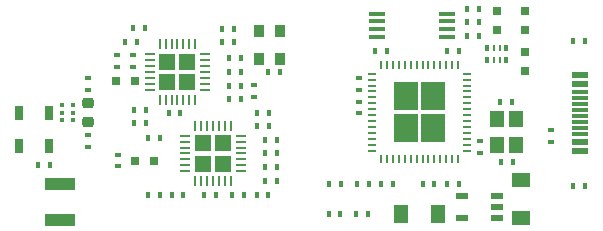
<source format=gtp>
%TF.GenerationSoftware,KiCad,Pcbnew,7.0.7*%
%TF.CreationDate,2023-12-21T17:24:57+09:00*%
%TF.ProjectId,pocket_sdr_v2.1,706f636b-6574-45f7-9364-725f76322e31,rev?*%
%TF.SameCoordinates,Original*%
%TF.FileFunction,Paste,Top*%
%TF.FilePolarity,Positive*%
%FSLAX46Y46*%
G04 Gerber Fmt 4.6, Leading zero omitted, Abs format (unit mm)*
G04 Created by KiCad (PCBNEW 7.0.7) date 2023-12-21 17:24:57*
%MOMM*%
%LPD*%
G01*
G04 APERTURE LIST*
G04 Aperture macros list*
%AMRoundRect*
0 Rectangle with rounded corners*
0 $1 Rounding radius*
0 $2 $3 $4 $5 $6 $7 $8 $9 X,Y pos of 4 corners*
0 Add a 4 corners polygon primitive as box body*
4,1,4,$2,$3,$4,$5,$6,$7,$8,$9,$2,$3,0*
0 Add four circle primitives for the rounded corners*
1,1,$1+$1,$2,$3*
1,1,$1+$1,$4,$5*
1,1,$1+$1,$6,$7*
1,1,$1+$1,$8,$9*
0 Add four rect primitives between the rounded corners*
20,1,$1+$1,$2,$3,$4,$5,0*
20,1,$1+$1,$4,$5,$6,$7,0*
20,1,$1+$1,$6,$7,$8,$9,0*
20,1,$1+$1,$8,$9,$2,$3,0*%
G04 Aperture macros list end*
%ADD10R,0.450000X0.600000*%
%ADD11R,0.800000X0.800000*%
%ADD12R,1.450000X0.400000*%
%ADD13R,0.330000X0.410000*%
%ADD14R,0.600000X0.450000*%
%ADD15R,1.200000X1.600000*%
%ADD16R,1.600000X1.200000*%
%ADD17R,0.950000X0.260000*%
%ADD18R,0.260000X0.950000*%
%ADD19R,1.400000X1.400000*%
%ADD20R,0.900000X1.000000*%
%ADD21R,2.050000X2.400000*%
%ADD22R,0.800000X0.250000*%
%ADD23R,0.250000X0.800000*%
%ADD24R,0.350000X0.500000*%
%ADD25R,0.250000X0.500000*%
%ADD26R,1.016000X0.508000*%
%ADD27R,2.500000X1.000000*%
%ADD28R,0.762000X1.270000*%
%ADD29R,1.150000X1.400000*%
%ADD30R,1.450000X0.600000*%
%ADD31R,1.450000X0.300000*%
%ADD32RoundRect,0.225000X0.250000X-0.225000X0.250000X0.225000X-0.250000X0.225000X-0.250000X-0.225000X0*%
G04 APERTURE END LIST*
D10*
%TO.C,C33*%
X138207400Y-111953600D03*
X137207400Y-111953600D03*
%TD*%
%TO.C,R11*%
X173206300Y-111200000D03*
X174206300Y-111200000D03*
%TD*%
D11*
%TO.C,LED2*%
X169107400Y-98003600D03*
X169107400Y-96403600D03*
%TD*%
D10*
%TO.C,C36*%
X146457400Y-105003600D03*
X147457400Y-105003600D03*
%TD*%
%TO.C,C9*%
X141957400Y-111953600D03*
X142957400Y-111953600D03*
%TD*%
%TO.C,C17*%
X143507400Y-99053600D03*
X144507400Y-99053600D03*
%TD*%
D11*
%TO.C,L3*%
X136107400Y-109103600D03*
X137707400Y-109103600D03*
%TD*%
D10*
%TO.C,C32*%
X137007400Y-105903600D03*
X136007400Y-105903600D03*
%TD*%
%TO.C,R12*%
X173206300Y-98900000D03*
X174206300Y-98900000D03*
%TD*%
D12*
%TO.C,U4*%
X156607400Y-96628600D03*
X156607400Y-97278600D03*
X156607400Y-97928600D03*
X156607400Y-98578600D03*
X162507400Y-98578600D03*
X162507400Y-97928600D03*
X162507400Y-97278600D03*
X162507400Y-96628600D03*
%TD*%
D13*
%TO.C,RF_DIVIDER1*%
X129900000Y-104340000D03*
X129900000Y-105000000D03*
X129900000Y-105660000D03*
X130900000Y-105660000D03*
X130900000Y-105000000D03*
X130900000Y-104340000D03*
%TD*%
D10*
%TO.C,R1*%
X145107400Y-102703600D03*
X144107400Y-102703600D03*
%TD*%
%TO.C,C10*%
X148157400Y-110753600D03*
X147157400Y-110753600D03*
%TD*%
D14*
%TO.C,C6*%
X146207400Y-102653600D03*
X146207400Y-103653600D03*
%TD*%
D11*
%TO.C,L1*%
X134507400Y-102303600D03*
X136107400Y-102303600D03*
%TD*%
D10*
%TO.C,R4*%
X138207400Y-107153600D03*
X137207400Y-107153600D03*
%TD*%
%TO.C,C27*%
X156957400Y-111053600D03*
X157957400Y-111053600D03*
%TD*%
D14*
%TO.C,C29*%
X155057400Y-103053600D03*
X155057400Y-102053600D03*
%TD*%
%TO.C,C2*%
X134607400Y-100103600D03*
X134607400Y-101103600D03*
%TD*%
D11*
%TO.C,LED3*%
X166757400Y-98003600D03*
X166757400Y-96403600D03*
%TD*%
%TO.C,LED1*%
X169107400Y-99903600D03*
X169107400Y-101503600D03*
%TD*%
D15*
%TO.C,C24*%
X161807400Y-113603600D03*
X158607400Y-113603600D03*
%TD*%
D10*
%TO.C,C37*%
X161457400Y-111053600D03*
X160457400Y-111053600D03*
%TD*%
%TO.C,C35*%
X145357400Y-111953600D03*
X144357400Y-111953600D03*
%TD*%
%TO.C,C18*%
X146407400Y-111953600D03*
X147407400Y-111953600D03*
%TD*%
%TO.C,C11*%
X147157400Y-108453600D03*
X148157400Y-108453600D03*
%TD*%
D14*
%TO.C,C3*%
X132100000Y-106900000D03*
X132100000Y-107900000D03*
%TD*%
D16*
%TO.C,C22*%
X168807400Y-110703600D03*
X168807400Y-113903600D03*
%TD*%
D10*
%TO.C,C38*%
X146457400Y-106153600D03*
X147457400Y-106153600D03*
%TD*%
D14*
%TO.C,C1*%
X132100000Y-103050000D03*
X132100000Y-102050000D03*
%TD*%
D10*
%TO.C,R8*%
X153557400Y-111053600D03*
X152557400Y-111053600D03*
%TD*%
%TO.C,C12*%
X148157400Y-107303600D03*
X147157400Y-107303600D03*
%TD*%
D17*
%TO.C,U2*%
X145047400Y-109953600D03*
X145047400Y-109453600D03*
X145047400Y-108953600D03*
X145047400Y-108453600D03*
X145047400Y-107953600D03*
X145047400Y-107453600D03*
X145047400Y-106953600D03*
D18*
X144207400Y-106113600D03*
X143707400Y-106113600D03*
X143207400Y-106113600D03*
X142707400Y-106113600D03*
X142207400Y-106113600D03*
X141707400Y-106113600D03*
X141207400Y-106113600D03*
D17*
X140367400Y-106953600D03*
X140367400Y-107453600D03*
X140367400Y-107953600D03*
X140367400Y-108453600D03*
X140367400Y-108953600D03*
X140367400Y-109453600D03*
X140367400Y-109953600D03*
D18*
X141207400Y-110793600D03*
X141707400Y-110793600D03*
X142207400Y-110793600D03*
X142707400Y-110793600D03*
X143207400Y-110793600D03*
X143707400Y-110793600D03*
X144207400Y-110793600D03*
D19*
X143557400Y-109303600D03*
X143557400Y-107603600D03*
X141857400Y-109303600D03*
X141857400Y-107603600D03*
%TD*%
D10*
%TO.C,C8*%
X145107400Y-100403600D03*
X144107400Y-100403600D03*
%TD*%
%TO.C,C30*%
X136957400Y-97853600D03*
X135957400Y-97853600D03*
%TD*%
%TO.C,C31*%
X137007400Y-104753600D03*
X136007400Y-104753600D03*
%TD*%
%TO.C,C16*%
X144107400Y-103853600D03*
X145107400Y-103853600D03*
%TD*%
D20*
%TO.C,TCXO1*%
X148406300Y-100450000D03*
X148406300Y-98050000D03*
X146606300Y-98050000D03*
X146606300Y-100450000D03*
%TD*%
D21*
%TO.C,U3*%
X159032400Y-106303600D03*
X159032400Y-103603600D03*
X161382400Y-106303600D03*
X161382400Y-103603600D03*
D22*
X164207400Y-108203600D03*
X164207400Y-107703600D03*
X164207400Y-107203600D03*
X164207400Y-106703600D03*
X164207400Y-106203600D03*
X164207400Y-105703600D03*
X164207400Y-105203600D03*
X164207400Y-104703600D03*
X164207400Y-104203600D03*
X164207400Y-103703600D03*
X164207400Y-103203600D03*
X164207400Y-102703600D03*
X164207400Y-102203600D03*
X164207400Y-101703600D03*
D23*
X163457400Y-100953600D03*
X162957400Y-100953600D03*
X162457400Y-100953600D03*
X161957400Y-100953600D03*
X161457400Y-100953600D03*
X160957400Y-100953600D03*
X160457400Y-100953600D03*
X159957400Y-100953600D03*
X159457400Y-100953600D03*
X158957400Y-100953600D03*
X158457400Y-100953600D03*
X157957400Y-100953600D03*
X157457400Y-100953600D03*
X156957400Y-100953600D03*
D22*
X156207400Y-101703600D03*
X156207400Y-102203600D03*
X156207400Y-102703600D03*
X156207400Y-103203600D03*
X156207400Y-103703600D03*
X156207400Y-104203600D03*
X156207400Y-104703600D03*
X156207400Y-105203600D03*
X156207400Y-105703600D03*
X156207400Y-106203600D03*
X156207400Y-106703600D03*
X156207400Y-107203600D03*
X156207400Y-107703600D03*
X156207400Y-108203600D03*
D23*
X156957400Y-108953600D03*
X157457400Y-108953600D03*
X157957400Y-108953600D03*
X158457400Y-108953600D03*
X158957400Y-108953600D03*
X159457400Y-108953600D03*
X159957400Y-108953600D03*
X160457400Y-108953600D03*
X160957400Y-108953600D03*
X161457400Y-108953600D03*
X161957400Y-108953600D03*
X162457400Y-108953600D03*
X162957400Y-108953600D03*
X163457400Y-108953600D03*
%TD*%
D24*
%TO.C,AR1*%
X167557400Y-99503600D03*
X167557400Y-100503600D03*
D25*
X167007400Y-99503600D03*
X167007400Y-100503600D03*
X166507400Y-99503600D03*
X166507400Y-100503600D03*
D24*
X165957400Y-99503600D03*
X165957400Y-100503600D03*
%TD*%
D10*
%TO.C,C20*%
X168057400Y-104103600D03*
X167057400Y-104103600D03*
%TD*%
D26*
%TO.C,U5*%
X166757400Y-113953600D03*
X166757400Y-113003600D03*
X166757400Y-112053600D03*
X163757400Y-112053600D03*
X163757400Y-113953600D03*
%TD*%
D10*
%TO.C,R5*%
X164257400Y-97353600D03*
X165257400Y-97353600D03*
%TD*%
%TO.C,R3*%
X148157400Y-109603600D03*
X147157400Y-109603600D03*
%TD*%
%TO.C,C34*%
X139207400Y-111953600D03*
X140207400Y-111953600D03*
%TD*%
%TO.C,C28*%
X164257400Y-96203600D03*
X165257400Y-96203600D03*
%TD*%
D14*
%TO.C,C4*%
X134657400Y-108553600D03*
X134657400Y-109553600D03*
%TD*%
D10*
%TO.C,C41*%
X155907400Y-111053600D03*
X154907400Y-111053600D03*
%TD*%
%TO.C,C39*%
X143507400Y-97903600D03*
X144507400Y-97903600D03*
%TD*%
D17*
%TO.C,U1*%
X142047400Y-103053600D03*
X142047400Y-102553600D03*
X142047400Y-102053600D03*
X142047400Y-101553600D03*
X142047400Y-101053600D03*
X142047400Y-100553600D03*
X142047400Y-100053600D03*
D18*
X141207400Y-99213600D03*
X140707400Y-99213600D03*
X140207400Y-99213600D03*
X139707400Y-99213600D03*
X139207400Y-99213600D03*
X138707400Y-99213600D03*
X138207400Y-99213600D03*
D17*
X137367400Y-100053600D03*
X137367400Y-100553600D03*
X137367400Y-101053600D03*
X137367400Y-101553600D03*
X137367400Y-102053600D03*
X137367400Y-102553600D03*
X137367400Y-103053600D03*
D18*
X138207400Y-103893600D03*
X138707400Y-103893600D03*
X139207400Y-103893600D03*
X139707400Y-103893600D03*
X140207400Y-103893600D03*
X140707400Y-103893600D03*
X141207400Y-103893600D03*
D19*
X140557400Y-102403600D03*
X140557400Y-100703600D03*
X138857400Y-102403600D03*
X138857400Y-100703600D03*
%TD*%
D14*
%TO.C,R10*%
X155057400Y-105053600D03*
X155057400Y-104053600D03*
%TD*%
D27*
%TO.C,F1*%
X129780000Y-111050000D03*
X129780000Y-114050000D03*
%TD*%
D28*
%TO.C,BIAS_T1*%
X128820000Y-107800000D03*
X126280000Y-107800000D03*
X126280000Y-105006000D03*
X128820000Y-105006000D03*
%TD*%
D10*
%TO.C,R9*%
X154857400Y-113553600D03*
X155857400Y-113553600D03*
%TD*%
%TO.C,C40*%
X162507400Y-111053600D03*
X163507400Y-111053600D03*
%TD*%
D14*
%TO.C,C23*%
X171307400Y-106453600D03*
X171307400Y-107453600D03*
%TD*%
D10*
%TO.C,R7*%
X164257400Y-98503600D03*
X165257400Y-98503600D03*
%TD*%
%TO.C,C5*%
X138957400Y-105053600D03*
X139957400Y-105053600D03*
%TD*%
%TO.C,C19*%
X167107400Y-109203600D03*
X168107400Y-109203600D03*
%TD*%
D14*
%TO.C,R6*%
X165357400Y-108403600D03*
X165357400Y-107403600D03*
%TD*%
D10*
%TO.C,C26*%
X162507400Y-99803600D03*
X163507400Y-99803600D03*
%TD*%
D29*
%TO.C,XTAL1*%
X168356300Y-107750000D03*
X168356300Y-105550000D03*
X166756300Y-105550000D03*
X166756300Y-107750000D03*
%TD*%
D10*
%TO.C,C42*%
X136307400Y-99003600D03*
X135307400Y-99003600D03*
%TD*%
D30*
%TO.C,J2*%
X173811300Y-108270000D03*
X173811300Y-107470000D03*
D31*
X173811300Y-106270000D03*
X173811300Y-105270000D03*
X173811300Y-104770000D03*
X173811300Y-103770000D03*
D30*
X173811300Y-101770000D03*
X173811300Y-102570000D03*
D31*
X173811300Y-103270000D03*
X173811300Y-104270000D03*
X173811300Y-105770000D03*
X173811300Y-106770000D03*
%TD*%
D32*
%TO.C,R13*%
X132105400Y-105766200D03*
X132105400Y-104216200D03*
%TD*%
D10*
%TO.C,C13*%
X147357400Y-101553600D03*
X148357400Y-101553600D03*
%TD*%
%TO.C,C7*%
X144107400Y-101553600D03*
X145107400Y-101553600D03*
%TD*%
%TO.C,C25*%
X157407400Y-99803600D03*
X156407400Y-99803600D03*
%TD*%
%TO.C,C21*%
X153507400Y-113553600D03*
X152507400Y-113553600D03*
%TD*%
%TO.C,C14*%
X127901100Y-109453600D03*
X128901100Y-109453600D03*
%TD*%
D14*
%TO.C,R2*%
X135957400Y-101103600D03*
X135957400Y-100103600D03*
%TD*%
M02*

</source>
